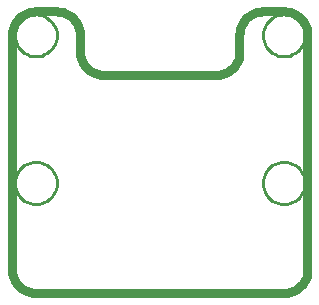
<source format=gko>
G04*
G04 #@! TF.GenerationSoftware,Altium Limited,Altium Designer,19.1.7 (138)*
G04*
G04 Layer_Color=16711935*
%FSLAX25Y25*%
%MOIN*%
G70*
G01*
G75*
%ADD51C,0.03000*%
%ADD52C,0.01000*%
D51*
X-41339Y46972D02*
X-42366Y46905D01*
X-43376Y46704D01*
X-44352Y46373D01*
X-45276Y45917D01*
X-46132Y45345D01*
X-46906Y44666D01*
X-47585Y43892D01*
X-48158Y43035D01*
X-48613Y42112D01*
X-48944Y41136D01*
X-49145Y40126D01*
X-49213Y39098D01*
Y-39098D02*
X-49145Y-40126D01*
X-48944Y-41136D01*
X-48613Y-42112D01*
X-48158Y-43035D01*
X-47585Y-43892D01*
X-46906Y-44666D01*
X-46132Y-45345D01*
X-45276Y-45917D01*
X-44352Y-46373D01*
X-43376Y-46704D01*
X-42366Y-46905D01*
X-41339Y-46972D01*
X41339D02*
X42366Y-46905D01*
X43376Y-46704D01*
X44352Y-46373D01*
X45276Y-45917D01*
X46132Y-45345D01*
X46906Y-44666D01*
X47585Y-43892D01*
X48158Y-43035D01*
X48613Y-42112D01*
X48944Y-41136D01*
X49145Y-40126D01*
X49213Y-39098D01*
Y39098D02*
X49145Y40126D01*
X48944Y41136D01*
X48613Y42112D01*
X48158Y43035D01*
X47585Y43892D01*
X46906Y44666D01*
X46132Y45345D01*
X45276Y45917D01*
X44352Y46373D01*
X43376Y46704D01*
X42366Y46905D01*
X41339Y46972D01*
X-26575Y39099D02*
X-26642Y40126D01*
X-26843Y41136D01*
X-27174Y42112D01*
X-27630Y43036D01*
X-28202Y43892D01*
X-28881Y44666D01*
X-29655Y45345D01*
X-30512Y45918D01*
X-31436Y46373D01*
X-32411Y46704D01*
X-33421Y46905D01*
X-34449Y46973D01*
X34449D02*
X33421Y46905D01*
X32411Y46704D01*
X31436Y46373D01*
X30512Y45918D01*
X29655Y45345D01*
X28881Y44666D01*
X28202Y43892D01*
X27630Y43036D01*
X27174Y42112D01*
X26843Y41136D01*
X26642Y40126D01*
X26575Y39099D01*
X18701Y25728D02*
X19729Y25796D01*
X20739Y25997D01*
X21714Y26328D01*
X22638Y26783D01*
X23494Y27356D01*
X24269Y28035D01*
X24948Y28809D01*
X25520Y29665D01*
X25975Y30589D01*
X26307Y31564D01*
X26507Y32575D01*
X26575Y33602D01*
X-26575D02*
X-26507Y32575D01*
X-26307Y31564D01*
X-25975Y30589D01*
X-25520Y29665D01*
X-24948Y28809D01*
X-24269Y28035D01*
X-23494Y27356D01*
X-22638Y26783D01*
X-21714Y26328D01*
X-20739Y25997D01*
X-19729Y25796D01*
X-18701Y25728D01*
X-49213Y-39098D02*
Y39099D01*
X-41339Y-46973D02*
X41339D01*
X49213Y39075D02*
X49213Y-39098D01*
X-41339Y46973D02*
X-34431D01*
X34431D02*
X41339D01*
X-18701Y25728D02*
X18701Y25728D01*
X-26575Y33602D02*
Y39099D01*
X26575Y33602D02*
Y39099D01*
D52*
X48339Y38976D02*
X48267Y39973D01*
X48055Y40949D01*
X47706Y41884D01*
X47227Y42761D01*
X46629Y43560D01*
X45923Y44267D01*
X45123Y44865D01*
X44247Y45344D01*
X43311Y45693D01*
X42335Y45905D01*
X41339Y45976D01*
X40342Y45905D01*
X39366Y45693D01*
X38431Y45344D01*
X37554Y44865D01*
X36755Y44267D01*
X36048Y43560D01*
X35450Y42761D01*
X34971Y41884D01*
X34622Y40949D01*
X34410Y39973D01*
X34339Y38976D01*
X34410Y37980D01*
X34622Y37004D01*
X34971Y36068D01*
X35450Y35192D01*
X36048Y34392D01*
X36755Y33686D01*
X37554Y33088D01*
X38431Y32609D01*
X39366Y32260D01*
X40342Y32048D01*
X41339Y31976D01*
X42335Y32048D01*
X43311Y32260D01*
X44247Y32609D01*
X45123Y33088D01*
X45923Y33686D01*
X46629Y34392D01*
X47227Y35192D01*
X47706Y36068D01*
X48055Y37004D01*
X48267Y37980D01*
X48339Y38976D01*
X-34339Y-10236D02*
X-34410Y-9240D01*
X-34622Y-8264D01*
X-34971Y-7328D01*
X-35450Y-6452D01*
X-36048Y-5652D01*
X-36755Y-4946D01*
X-37554Y-4347D01*
X-38431Y-3869D01*
X-39366Y-3520D01*
X-40342Y-3308D01*
X-41339Y-3236D01*
X-42335Y-3308D01*
X-43311Y-3520D01*
X-44247Y-3869D01*
X-45123Y-4347D01*
X-45923Y-4946D01*
X-46629Y-5652D01*
X-47227Y-6452D01*
X-47706Y-7328D01*
X-48055Y-8264D01*
X-48267Y-9240D01*
X-48339Y-10236D01*
X-48267Y-11232D01*
X-48055Y-12208D01*
X-47706Y-13144D01*
X-47227Y-14021D01*
X-46629Y-14820D01*
X-45923Y-15527D01*
X-45123Y-16125D01*
X-44247Y-16604D01*
X-43311Y-16953D01*
X-42335Y-17165D01*
X-41339Y-17236D01*
X-40342Y-17165D01*
X-39366Y-16953D01*
X-38431Y-16604D01*
X-37554Y-16125D01*
X-36755Y-15527D01*
X-36048Y-14820D01*
X-35450Y-14021D01*
X-34971Y-13144D01*
X-34622Y-12208D01*
X-34410Y-11232D01*
X-34339Y-10236D01*
Y38976D02*
X-34410Y39973D01*
X-34622Y40949D01*
X-34971Y41884D01*
X-35450Y42761D01*
X-36048Y43560D01*
X-36755Y44267D01*
X-37554Y44865D01*
X-38431Y45344D01*
X-39366Y45693D01*
X-40342Y45905D01*
X-41339Y45976D01*
X-42335Y45905D01*
X-43311Y45693D01*
X-44247Y45344D01*
X-45123Y44865D01*
X-45923Y44267D01*
X-46629Y43560D01*
X-47227Y42761D01*
X-47706Y41884D01*
X-48055Y40949D01*
X-48267Y39973D01*
X-48339Y38976D01*
X-48267Y37980D01*
X-48055Y37004D01*
X-47706Y36068D01*
X-47227Y35192D01*
X-46629Y34392D01*
X-45923Y33686D01*
X-45123Y33088D01*
X-44247Y32609D01*
X-43311Y32260D01*
X-42335Y32048D01*
X-41339Y31976D01*
X-40342Y32048D01*
X-39366Y32260D01*
X-38431Y32609D01*
X-37554Y33088D01*
X-36755Y33686D01*
X-36048Y34392D01*
X-35450Y35192D01*
X-34971Y36068D01*
X-34622Y37004D01*
X-34410Y37980D01*
X-34339Y38976D01*
X48339Y-10236D02*
X48267Y-9240D01*
X48055Y-8264D01*
X47706Y-7328D01*
X47227Y-6452D01*
X46629Y-5652D01*
X45923Y-4946D01*
X45123Y-4347D01*
X44247Y-3869D01*
X43311Y-3520D01*
X42335Y-3308D01*
X41339Y-3236D01*
X40342Y-3308D01*
X39366Y-3520D01*
X38431Y-3869D01*
X37554Y-4347D01*
X36755Y-4946D01*
X36048Y-5652D01*
X35450Y-6452D01*
X34971Y-7328D01*
X34622Y-8264D01*
X34410Y-9240D01*
X34339Y-10236D01*
X34410Y-11232D01*
X34622Y-12208D01*
X34971Y-13144D01*
X35450Y-14021D01*
X36048Y-14820D01*
X36755Y-15527D01*
X37554Y-16125D01*
X38431Y-16604D01*
X39366Y-16953D01*
X40342Y-17165D01*
X41339Y-17236D01*
X42335Y-17165D01*
X43311Y-16953D01*
X44247Y-16604D01*
X45123Y-16125D01*
X45923Y-15527D01*
X46629Y-14820D01*
X47227Y-14021D01*
X47706Y-13144D01*
X48055Y-12208D01*
X48267Y-11232D01*
X48339Y-10236D01*
M02*

</source>
